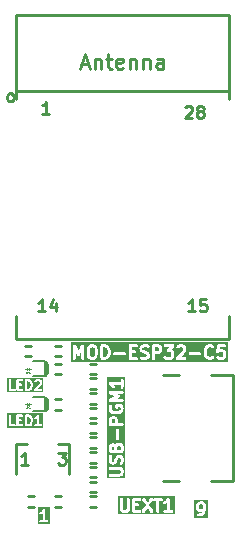
<source format=gbr>
%TF.GenerationSoftware,KiCad,Pcbnew,7.0.11-7.0.11~ubuntu22.04.1*%
%TF.CreationDate,2025-09-05T11:13:46+03:00*%
%TF.ProjectId,MOD-ESP32-C5_Rev_A,4d4f442d-4553-4503-9332-2d43355f5265,A*%
%TF.SameCoordinates,PX5a995c0PY9896800*%
%TF.FileFunction,Legend,Top*%
%TF.FilePolarity,Positive*%
%FSLAX46Y46*%
G04 Gerber Fmt 4.6, Leading zero omitted, Abs format (unit mm)*
G04 Created by KiCad (PCBNEW 7.0.11-7.0.11~ubuntu22.04.1) date 2025-09-05 11:13:46*
%MOMM*%
%LPD*%
G01*
G04 APERTURE LIST*
%ADD10C,0.254000*%
%ADD11C,0.203200*%
%ADD12C,0.228600*%
%ADD13C,0.127000*%
%ADD14C,0.050000*%
%ADD15C,0.100000*%
G04 APERTURE END LIST*
D10*
G36*
X16769206Y5000793D02*
G01*
X16788445Y4981554D01*
X16814200Y4930044D01*
X16814200Y4748099D01*
X16788445Y4696589D01*
X16769206Y4677350D01*
X16717696Y4651595D01*
X16584132Y4651595D01*
X16532622Y4677350D01*
X16513383Y4696589D01*
X16487628Y4748099D01*
X16487628Y4930044D01*
X16513383Y4981554D01*
X16532622Y5000793D01*
X16584132Y5026548D01*
X16717696Y5026548D01*
X16769206Y5000793D01*
G37*
G36*
X17213343Y3865405D02*
G01*
X16088485Y3865405D01*
X16088485Y4718119D01*
X16233628Y4718119D01*
X16236871Y4707074D01*
X16235635Y4695626D01*
X16247036Y4661323D01*
X16295417Y4564561D01*
X16297037Y4562819D01*
X16297544Y4560492D01*
X16319206Y4531554D01*
X16367587Y4483173D01*
X16369676Y4482032D01*
X16370892Y4479986D01*
X16400594Y4459384D01*
X16497356Y4411003D01*
X16508685Y4408965D01*
X16518372Y4402739D01*
X16554152Y4397595D01*
X16747676Y4397595D01*
X16753400Y4399276D01*
X16697365Y4315223D01*
X16672445Y4290304D01*
X16620934Y4264548D01*
X16457390Y4264548D01*
X16388729Y4244387D01*
X16341867Y4190306D01*
X16331683Y4119474D01*
X16361410Y4054381D01*
X16421610Y4015692D01*
X16457390Y4010548D01*
X16650914Y4010548D01*
X16661958Y4013792D01*
X16673406Y4012555D01*
X16707709Y4023955D01*
X16804471Y4072335D01*
X16806214Y4073957D01*
X16808541Y4074463D01*
X16837479Y4096125D01*
X16885860Y4144506D01*
X16888170Y4148739D01*
X16901727Y4163862D01*
X16998489Y4309005D01*
X16999611Y4312603D01*
X17002359Y4315186D01*
X17016027Y4348650D01*
X17064408Y4542174D01*
X17064267Y4545625D01*
X17068200Y4572976D01*
X17068200Y4960024D01*
X17064956Y4971070D01*
X17066193Y4982517D01*
X17054792Y5016820D01*
X17006411Y5113582D01*
X17004790Y5115325D01*
X17004284Y5117651D01*
X16982622Y5146589D01*
X16934241Y5194970D01*
X16932151Y5196112D01*
X16930936Y5198157D01*
X16901234Y5218759D01*
X16804472Y5267140D01*
X16793142Y5269179D01*
X16783456Y5275404D01*
X16747676Y5280548D01*
X16554152Y5280548D01*
X16543106Y5277305D01*
X16531659Y5278541D01*
X16497356Y5267140D01*
X16400594Y5218759D01*
X16398851Y5217139D01*
X16396525Y5216632D01*
X16367587Y5194970D01*
X16319206Y5146589D01*
X16318064Y5144500D01*
X16316019Y5143284D01*
X16295417Y5113582D01*
X16247036Y5016820D01*
X16244997Y5005491D01*
X16238772Y4995804D01*
X16233628Y4960024D01*
X16233628Y4718119D01*
X16088485Y4718119D01*
X16088485Y5425691D01*
X17213343Y5425691D01*
X17213343Y3865405D01*
G37*
G36*
X7573073Y18305390D02*
G01*
X7635228Y18243236D01*
X7673705Y18089330D01*
X7673705Y17764998D01*
X7635228Y17611093D01*
X7573073Y17548939D01*
X7516725Y17520764D01*
X7373485Y17520764D01*
X7317135Y17548939D01*
X7254981Y17611094D01*
X7216505Y17764998D01*
X7216505Y18089330D01*
X7254981Y18243235D01*
X7317135Y18305390D01*
X7373485Y18333564D01*
X7516725Y18333564D01*
X7573073Y18305390D01*
G37*
G36*
X8595701Y18298762D02*
G01*
X8661530Y18232934D01*
X8696878Y18162238D01*
X8740505Y17987730D01*
X8740505Y17866598D01*
X8696878Y17692090D01*
X8661530Y17621395D01*
X8595701Y17555567D01*
X8491295Y17520764D01*
X8384905Y17520764D01*
X8384905Y18333564D01*
X8491295Y18333564D01*
X8595701Y18298762D01*
G37*
G36*
X13059473Y18305390D02*
G01*
X13081131Y18283732D01*
X13109305Y18227384D01*
X13109305Y18134944D01*
X13081131Y18078596D01*
X13059473Y18056938D01*
X13003125Y18028764D01*
X12753705Y18028764D01*
X12753705Y18333564D01*
X13003125Y18333564D01*
X13059473Y18305390D01*
G37*
G36*
X18951305Y17114364D02*
G01*
X5641705Y17114364D01*
X5641705Y17393764D01*
X5794105Y17393764D01*
X5814266Y17325103D01*
X5868347Y17278241D01*
X5939179Y17268057D01*
X6004272Y17297784D01*
X6042961Y17357984D01*
X6048105Y17393764D01*
X6048105Y17888104D01*
X6161620Y17644857D01*
X6173014Y17631924D01*
X6180044Y17616190D01*
X6196177Y17605633D01*
X6208925Y17591164D01*
X6225502Y17586445D01*
X6239924Y17577007D01*
X6259204Y17576849D01*
X6277750Y17571568D01*
X6294247Y17576560D01*
X6311481Y17576418D01*
X6327786Y17586709D01*
X6346243Y17592293D01*
X6357422Y17605412D01*
X6371998Y17614610D01*
X6391790Y17644858D01*
X6505305Y17888105D01*
X6505305Y17393764D01*
X6525466Y17325103D01*
X6579547Y17278241D01*
X6650379Y17268057D01*
X6715472Y17297784D01*
X6754161Y17357984D01*
X6759305Y17393764D01*
X6759305Y17749364D01*
X6962505Y17749364D01*
X6963477Y17746052D01*
X6966297Y17718562D01*
X7017097Y17515362D01*
X7025366Y17501268D01*
X7028840Y17485299D01*
X7050502Y17456361D01*
X7152102Y17354762D01*
X7154191Y17353622D01*
X7155407Y17351574D01*
X7185109Y17330972D01*
X7286709Y17280172D01*
X7298038Y17278134D01*
X7307725Y17271908D01*
X7343505Y17266764D01*
X7546705Y17266764D01*
X7557750Y17270008D01*
X7569198Y17268771D01*
X7603501Y17280172D01*
X7705101Y17330972D01*
X7706843Y17332593D01*
X7709170Y17333099D01*
X7738108Y17354761D01*
X7777111Y17393764D01*
X8130905Y17393764D01*
X8133517Y17384867D01*
X8132198Y17375690D01*
X8143440Y17351072D01*
X8151066Y17325103D01*
X8158073Y17319032D01*
X8161925Y17310597D01*
X8184693Y17295965D01*
X8205147Y17278241D01*
X8214323Y17276922D01*
X8222125Y17271908D01*
X8257905Y17266764D01*
X8511905Y17266764D01*
X8514188Y17267435D01*
X8516495Y17266847D01*
X8552066Y17273281D01*
X8704466Y17324081D01*
X8713920Y17330652D01*
X8725170Y17333099D01*
X8754108Y17354761D01*
X8793111Y17393764D01*
X10518505Y17393764D01*
X10521117Y17384867D01*
X10519798Y17375690D01*
X10531040Y17351072D01*
X10538666Y17325103D01*
X10545673Y17319032D01*
X10549525Y17310597D01*
X10572293Y17295965D01*
X10592747Y17278241D01*
X10601923Y17276922D01*
X10609725Y17271908D01*
X10645505Y17266764D01*
X11153505Y17266764D01*
X11222166Y17286925D01*
X11269028Y17341006D01*
X11279212Y17411838D01*
X11249485Y17476931D01*
X11189285Y17515620D01*
X11153505Y17520764D01*
X10772505Y17520764D01*
X10772505Y17825564D01*
X11001105Y17825564D01*
X11069766Y17845725D01*
X11116628Y17899806D01*
X11126812Y17970638D01*
X11097085Y18035731D01*
X11036885Y18074420D01*
X11001105Y18079564D01*
X10772505Y18079564D01*
X10772505Y18155764D01*
X11432905Y18155764D01*
X11436148Y18144719D01*
X11434912Y18133271D01*
X11446313Y18098968D01*
X11497113Y17997368D01*
X11498733Y17995626D01*
X11499240Y17993299D01*
X11520902Y17964361D01*
X11571702Y17913561D01*
X11573791Y17912420D01*
X11575007Y17910374D01*
X11604709Y17889772D01*
X11706309Y17838972D01*
X11710689Y17838184D01*
X11732303Y17829356D01*
X11921979Y17781937D01*
X11992673Y17746590D01*
X12014331Y17724932D01*
X12042505Y17668584D01*
X12042505Y17626944D01*
X12014331Y17570596D01*
X11992673Y17548938D01*
X11936325Y17520764D01*
X11732915Y17520764D01*
X11600066Y17565047D01*
X11528553Y17567633D01*
X11466994Y17531146D01*
X11434933Y17467170D01*
X11442551Y17396016D01*
X11487427Y17340276D01*
X11519744Y17324081D01*
X11672144Y17273281D01*
X11674522Y17273195D01*
X11676525Y17271908D01*
X11712305Y17266764D01*
X11966305Y17266764D01*
X11977350Y17270008D01*
X11988798Y17268771D01*
X12023101Y17280172D01*
X12124701Y17330972D01*
X12126443Y17332593D01*
X12128770Y17333099D01*
X12157708Y17354761D01*
X12196711Y17393764D01*
X12499705Y17393764D01*
X12519866Y17325103D01*
X12573947Y17278241D01*
X12644779Y17268057D01*
X12709872Y17297784D01*
X12748561Y17357984D01*
X12753705Y17393764D01*
X12753705Y17504424D01*
X13465229Y17504424D01*
X13480440Y17434499D01*
X13502102Y17405561D01*
X13552902Y17354761D01*
X13554991Y17353620D01*
X13556207Y17351574D01*
X13585909Y17330972D01*
X13687509Y17280172D01*
X13698838Y17278134D01*
X13708525Y17271908D01*
X13744305Y17266764D01*
X14049105Y17266764D01*
X14060150Y17270008D01*
X14071598Y17268771D01*
X14105901Y17280172D01*
X14207501Y17330972D01*
X14209243Y17332593D01*
X14211570Y17333099D01*
X14240508Y17354761D01*
X14261437Y17375690D01*
X14482198Y17375690D01*
X14487927Y17363144D01*
X14488912Y17349382D01*
X14502504Y17331225D01*
X14511925Y17310597D01*
X14523529Y17303140D01*
X14531797Y17292095D01*
X14553045Y17284170D01*
X14572125Y17271908D01*
X14594575Y17268681D01*
X14598845Y17267088D01*
X14601553Y17267678D01*
X14607905Y17266764D01*
X15268305Y17266764D01*
X15336966Y17286925D01*
X15383828Y17341006D01*
X15394012Y17411838D01*
X15364285Y17476931D01*
X15304085Y17515620D01*
X15268305Y17520764D01*
X14914511Y17520764D01*
X15175836Y17782090D01*
X15599798Y17782090D01*
X15629525Y17716997D01*
X15689725Y17678308D01*
X15725505Y17673164D01*
X16538305Y17673164D01*
X16606966Y17693325D01*
X16653828Y17747406D01*
X16664012Y17818238D01*
X16649067Y17850964D01*
X16868505Y17850964D01*
X16869477Y17847652D01*
X16872297Y17820162D01*
X16923097Y17616962D01*
X16925349Y17613123D01*
X16932713Y17590968D01*
X16983513Y17489368D01*
X16985133Y17487626D01*
X16985640Y17485299D01*
X17007302Y17456361D01*
X17108902Y17354762D01*
X17119006Y17349245D01*
X17126227Y17340276D01*
X17158544Y17324081D01*
X17310944Y17273281D01*
X17313322Y17273195D01*
X17315325Y17271908D01*
X17351105Y17266764D01*
X17452705Y17266764D01*
X17454988Y17267435D01*
X17457295Y17266847D01*
X17492866Y17273281D01*
X17645266Y17324081D01*
X17654720Y17330652D01*
X17665970Y17333099D01*
X17694908Y17354761D01*
X17745708Y17405561D01*
X17780002Y17468368D01*
X17777424Y17504424D01*
X17935629Y17504424D01*
X17950840Y17434499D01*
X17972502Y17405561D01*
X18023302Y17354761D01*
X18025391Y17353620D01*
X18026607Y17351574D01*
X18056309Y17330972D01*
X18157909Y17280172D01*
X18169238Y17278134D01*
X18178925Y17271908D01*
X18214705Y17266764D01*
X18468705Y17266764D01*
X18479750Y17270008D01*
X18491198Y17268771D01*
X18525501Y17280172D01*
X18627101Y17330972D01*
X18628843Y17332593D01*
X18631170Y17333099D01*
X18660108Y17354761D01*
X18710908Y17405561D01*
X18712049Y17407651D01*
X18714095Y17408866D01*
X18734697Y17438568D01*
X18785497Y17540168D01*
X18787535Y17551498D01*
X18793761Y17561184D01*
X18798905Y17596964D01*
X18798905Y17850964D01*
X18795661Y17862010D01*
X18796898Y17873457D01*
X18785497Y17907760D01*
X18734697Y18009360D01*
X18733076Y18011103D01*
X18732570Y18013429D01*
X18710908Y18042367D01*
X18660108Y18093167D01*
X18658018Y18094309D01*
X18656803Y18096354D01*
X18627101Y18116956D01*
X18525501Y18167756D01*
X18514171Y18169795D01*
X18504485Y18176020D01*
X18468705Y18181164D01*
X18214705Y18181164D01*
X18212741Y18180588D01*
X18228039Y18333564D01*
X18621105Y18333564D01*
X18689766Y18353725D01*
X18736628Y18407806D01*
X18746812Y18478638D01*
X18717085Y18543731D01*
X18656885Y18582420D01*
X18621105Y18587564D01*
X18113105Y18587564D01*
X18110383Y18586765D01*
X18107629Y18587446D01*
X18076251Y18576743D01*
X18044444Y18567403D01*
X18042586Y18565259D01*
X18039901Y18564343D01*
X18019287Y18538372D01*
X17997582Y18513322D01*
X17997178Y18510516D01*
X17995414Y18508292D01*
X17986735Y18473201D01*
X17935935Y17965201D01*
X17941258Y17936902D01*
X17943312Y17908182D01*
X17947784Y17902208D01*
X17949164Y17894875D01*
X17968938Y17873950D01*
X17986197Y17850895D01*
X17993189Y17848288D01*
X17998314Y17842864D01*
X18026266Y17835951D01*
X18053245Y17825888D01*
X18060535Y17827475D01*
X18067781Y17825682D01*
X18095034Y17834979D01*
X18123170Y17841099D01*
X18131703Y17847487D01*
X18135509Y17848785D01*
X18138541Y17852606D01*
X18152108Y17862761D01*
X18188337Y17898990D01*
X18244685Y17927164D01*
X18438725Y17927164D01*
X18495073Y17898990D01*
X18516731Y17877332D01*
X18544905Y17820984D01*
X18544905Y17626944D01*
X18516731Y17570596D01*
X18495073Y17548938D01*
X18438725Y17520764D01*
X18244685Y17520764D01*
X18188337Y17548938D01*
X18152108Y17585167D01*
X18089301Y17619461D01*
X18017923Y17614357D01*
X17960636Y17571472D01*
X17935629Y17504424D01*
X17777424Y17504424D01*
X17774898Y17539746D01*
X17732013Y17597032D01*
X17664965Y17622040D01*
X17595040Y17606829D01*
X17566102Y17585167D01*
X17536501Y17555566D01*
X17432095Y17520764D01*
X17371715Y17520764D01*
X17267307Y17555567D01*
X17201479Y17621396D01*
X17166132Y17692090D01*
X17122505Y17866598D01*
X17122505Y17987730D01*
X17166132Y18162238D01*
X17201479Y18232933D01*
X17267307Y18298762D01*
X17371715Y18333564D01*
X17432095Y18333564D01*
X17536501Y18298762D01*
X17566102Y18269161D01*
X17628909Y18234867D01*
X17700287Y18239971D01*
X17757573Y18282856D01*
X17782581Y18349904D01*
X17767370Y18419829D01*
X17745708Y18448767D01*
X17694908Y18499567D01*
X17684802Y18505085D01*
X17677583Y18514052D01*
X17645266Y18530247D01*
X17492866Y18581047D01*
X17490487Y18581134D01*
X17488485Y18582420D01*
X17452705Y18587564D01*
X17351105Y18587564D01*
X17348821Y18586894D01*
X17346515Y18587481D01*
X17310944Y18581047D01*
X17158544Y18530247D01*
X17149089Y18523677D01*
X17137840Y18521229D01*
X17108902Y18499566D01*
X17007302Y18397967D01*
X17006160Y18395878D01*
X17004115Y18394662D01*
X16983513Y18364960D01*
X16932713Y18263360D01*
X16931924Y18258980D01*
X16923097Y18237366D01*
X16872297Y18034166D01*
X16872437Y18030716D01*
X16868505Y18003364D01*
X16868505Y17850964D01*
X16649067Y17850964D01*
X16634285Y17883331D01*
X16574085Y17922020D01*
X16538305Y17927164D01*
X15725505Y17927164D01*
X15656844Y17907003D01*
X15609982Y17852922D01*
X15599798Y17782090D01*
X15175836Y17782090D01*
X15307308Y17913562D01*
X15312825Y17923667D01*
X15321793Y17930886D01*
X15337988Y17963203D01*
X15388788Y18115603D01*
X15388874Y18117982D01*
X15390161Y18119984D01*
X15395305Y18155764D01*
X15395305Y18257364D01*
X15392061Y18268410D01*
X15393298Y18279857D01*
X15381897Y18314160D01*
X15331097Y18415760D01*
X15329476Y18417503D01*
X15328970Y18419829D01*
X15307308Y18448767D01*
X15256508Y18499567D01*
X15254418Y18500709D01*
X15253203Y18502754D01*
X15223501Y18523356D01*
X15121901Y18574156D01*
X15110571Y18576195D01*
X15100885Y18582420D01*
X15065105Y18587564D01*
X14811105Y18587564D01*
X14800059Y18584321D01*
X14788612Y18585557D01*
X14754309Y18574156D01*
X14652709Y18523356D01*
X14650966Y18521736D01*
X14648640Y18521229D01*
X14619702Y18499567D01*
X14568902Y18448767D01*
X14534608Y18385960D01*
X14539712Y18314582D01*
X14582597Y18257295D01*
X14649645Y18232288D01*
X14719570Y18247499D01*
X14748508Y18269161D01*
X14784737Y18305390D01*
X14841085Y18333564D01*
X15035125Y18333564D01*
X15091473Y18305390D01*
X15113131Y18283732D01*
X15141305Y18227384D01*
X15141305Y18176374D01*
X15106502Y18071967D01*
X14518102Y17483567D01*
X14507232Y17463661D01*
X14492382Y17446522D01*
X14490418Y17432868D01*
X14483808Y17420760D01*
X14485425Y17398139D01*
X14482198Y17375690D01*
X14261437Y17375690D01*
X14291308Y17405561D01*
X14292449Y17407651D01*
X14294495Y17408866D01*
X14315097Y17438568D01*
X14365897Y17540168D01*
X14367935Y17551498D01*
X14374161Y17561184D01*
X14379305Y17596964D01*
X14379305Y17850964D01*
X14376061Y17862010D01*
X14377298Y17873457D01*
X14365897Y17907760D01*
X14315097Y18009360D01*
X14313476Y18011103D01*
X14312970Y18013429D01*
X14291308Y18042367D01*
X14240508Y18093167D01*
X14238418Y18094309D01*
X14237203Y18096354D01*
X14207501Y18116956D01*
X14146909Y18147252D01*
X14347882Y18376934D01*
X14355673Y18393780D01*
X14367828Y18407806D01*
X14370383Y18425583D01*
X14377923Y18441882D01*
X14375370Y18460267D01*
X14378012Y18478638D01*
X14370551Y18494974D01*
X14368082Y18512762D01*
X14355995Y18526848D01*
X14348285Y18543731D01*
X14333175Y18553442D01*
X14321481Y18567070D01*
X14303700Y18572385D01*
X14288085Y18582420D01*
X14253473Y18587397D01*
X14252918Y18587562D01*
X14252718Y18587505D01*
X14252305Y18587564D01*
X13591905Y18587564D01*
X13523244Y18567403D01*
X13476382Y18513322D01*
X13466198Y18442490D01*
X13495925Y18377397D01*
X13556125Y18338708D01*
X13591905Y18333564D01*
X13972426Y18333564D01*
X13801128Y18137794D01*
X13793336Y18120950D01*
X13781182Y18106922D01*
X13778625Y18089145D01*
X13771087Y18072845D01*
X13773639Y18054462D01*
X13770998Y18036090D01*
X13778458Y18019755D01*
X13780928Y18001965D01*
X13793015Y17987879D01*
X13800725Y17970997D01*
X13815832Y17961288D01*
X13827528Y17947658D01*
X13845310Y17942344D01*
X13860925Y17932308D01*
X13895534Y17927333D01*
X13896091Y17927166D01*
X13896290Y17927224D01*
X13896705Y17927164D01*
X14019125Y17927164D01*
X14075473Y17898990D01*
X14097131Y17877332D01*
X14125305Y17820984D01*
X14125305Y17626944D01*
X14097131Y17570596D01*
X14075473Y17548938D01*
X14019125Y17520764D01*
X13774285Y17520764D01*
X13717937Y17548938D01*
X13681708Y17585167D01*
X13618901Y17619461D01*
X13547523Y17614357D01*
X13490236Y17571472D01*
X13465229Y17504424D01*
X12753705Y17504424D01*
X12753705Y17774764D01*
X13033105Y17774764D01*
X13044150Y17778008D01*
X13055598Y17776771D01*
X13089901Y17788172D01*
X13191501Y17838972D01*
X13193243Y17840593D01*
X13195570Y17841099D01*
X13224508Y17862761D01*
X13275308Y17913561D01*
X13276449Y17915651D01*
X13278495Y17916866D01*
X13299097Y17946568D01*
X13349897Y18048168D01*
X13351935Y18059498D01*
X13358161Y18069184D01*
X13363305Y18104964D01*
X13363305Y18257364D01*
X13360061Y18268410D01*
X13361298Y18279857D01*
X13349897Y18314160D01*
X13299097Y18415760D01*
X13297476Y18417503D01*
X13296970Y18419829D01*
X13275308Y18448767D01*
X13224508Y18499567D01*
X13222418Y18500709D01*
X13221203Y18502754D01*
X13191501Y18523356D01*
X13089901Y18574156D01*
X13078571Y18576195D01*
X13068885Y18582420D01*
X13033105Y18587564D01*
X12626705Y18587564D01*
X12617807Y18584952D01*
X12608631Y18586271D01*
X12584012Y18575029D01*
X12558044Y18567403D01*
X12551972Y18560396D01*
X12543538Y18556544D01*
X12528905Y18533776D01*
X12511182Y18513322D01*
X12509862Y18504146D01*
X12504849Y18496344D01*
X12499705Y18460564D01*
X12499705Y17393764D01*
X12196711Y17393764D01*
X12208508Y17405561D01*
X12209649Y17407651D01*
X12211695Y17408866D01*
X12232297Y17438568D01*
X12283097Y17540168D01*
X12285135Y17551498D01*
X12291361Y17561184D01*
X12296505Y17596964D01*
X12296505Y17698564D01*
X12293261Y17709610D01*
X12294498Y17721057D01*
X12283097Y17755360D01*
X12232297Y17856960D01*
X12230676Y17858703D01*
X12230170Y17861029D01*
X12208508Y17889967D01*
X12157708Y17940767D01*
X12155618Y17941909D01*
X12154403Y17943954D01*
X12124701Y17964556D01*
X12023101Y18015356D01*
X12018720Y18016145D01*
X11997107Y18024972D01*
X11807431Y18072391D01*
X11736737Y18107738D01*
X11715079Y18129396D01*
X11686905Y18185744D01*
X11686905Y18227384D01*
X11715079Y18283732D01*
X11736737Y18305390D01*
X11793085Y18333564D01*
X11996495Y18333564D01*
X12129344Y18289281D01*
X12200857Y18286695D01*
X12262416Y18323182D01*
X12294477Y18387158D01*
X12286860Y18458312D01*
X12241983Y18514052D01*
X12209666Y18530247D01*
X12057266Y18581047D01*
X12054887Y18581134D01*
X12052885Y18582420D01*
X12017105Y18587564D01*
X11763105Y18587564D01*
X11752059Y18584321D01*
X11740612Y18585557D01*
X11706309Y18574156D01*
X11604709Y18523356D01*
X11602966Y18521736D01*
X11600640Y18521229D01*
X11571702Y18499567D01*
X11520902Y18448767D01*
X11519760Y18446678D01*
X11517715Y18445462D01*
X11497113Y18415760D01*
X11446313Y18314160D01*
X11444274Y18302831D01*
X11438049Y18293144D01*
X11432905Y18257364D01*
X11432905Y18155764D01*
X10772505Y18155764D01*
X10772505Y18333564D01*
X11153505Y18333564D01*
X11222166Y18353725D01*
X11269028Y18407806D01*
X11279212Y18478638D01*
X11249485Y18543731D01*
X11189285Y18582420D01*
X11153505Y18587564D01*
X10645505Y18587564D01*
X10636607Y18584952D01*
X10627431Y18586271D01*
X10602812Y18575029D01*
X10576844Y18567403D01*
X10570772Y18560396D01*
X10562338Y18556544D01*
X10547705Y18533776D01*
X10529982Y18513322D01*
X10528662Y18504146D01*
X10523649Y18496344D01*
X10518505Y18460564D01*
X10518505Y17393764D01*
X8793111Y17393764D01*
X8855707Y17456361D01*
X8856847Y17458451D01*
X8858895Y17459666D01*
X8879497Y17489368D01*
X8930297Y17590968D01*
X8931085Y17595349D01*
X8939913Y17616962D01*
X8981195Y17782090D01*
X9198998Y17782090D01*
X9228725Y17716997D01*
X9288925Y17678308D01*
X9324705Y17673164D01*
X10137505Y17673164D01*
X10206166Y17693325D01*
X10253028Y17747406D01*
X10263212Y17818238D01*
X10233485Y17883331D01*
X10173285Y17922020D01*
X10137505Y17927164D01*
X9324705Y17927164D01*
X9256044Y17907003D01*
X9209182Y17852922D01*
X9198998Y17782090D01*
X8981195Y17782090D01*
X8990713Y17820162D01*
X8990572Y17823613D01*
X8994505Y17850964D01*
X8994505Y18003364D01*
X8993532Y18006677D01*
X8990713Y18034166D01*
X8939913Y18237366D01*
X8937660Y18241206D01*
X8930297Y18263360D01*
X8879497Y18364960D01*
X8877876Y18366703D01*
X8877370Y18369029D01*
X8855707Y18397967D01*
X8754108Y18499567D01*
X8744002Y18505085D01*
X8736783Y18514052D01*
X8704466Y18530247D01*
X8552066Y18581047D01*
X8549687Y18581134D01*
X8547685Y18582420D01*
X8511905Y18587564D01*
X8257905Y18587564D01*
X8249007Y18584952D01*
X8239831Y18586271D01*
X8215212Y18575029D01*
X8189244Y18567403D01*
X8183172Y18560396D01*
X8174738Y18556544D01*
X8160105Y18533776D01*
X8142382Y18513322D01*
X8141062Y18504146D01*
X8136049Y18496344D01*
X8130905Y18460564D01*
X8130905Y17393764D01*
X7777111Y17393764D01*
X7839707Y17456361D01*
X7847538Y17470703D01*
X7859445Y17481898D01*
X7873113Y17515362D01*
X7923913Y17718562D01*
X7923772Y17722013D01*
X7927705Y17749364D01*
X7927705Y18104964D01*
X7926732Y18108277D01*
X7923913Y18135766D01*
X7873113Y18338966D01*
X7864843Y18353061D01*
X7861370Y18369029D01*
X7839707Y18397967D01*
X7738108Y18499567D01*
X7736018Y18500709D01*
X7734803Y18502754D01*
X7705101Y18523356D01*
X7603501Y18574156D01*
X7592171Y18576195D01*
X7582485Y18582420D01*
X7546705Y18587564D01*
X7343505Y18587564D01*
X7332459Y18584321D01*
X7321012Y18585557D01*
X7286709Y18574156D01*
X7185109Y18523356D01*
X7183366Y18521736D01*
X7181040Y18521229D01*
X7152102Y18499566D01*
X7050502Y18397967D01*
X7042670Y18383624D01*
X7030765Y18372430D01*
X7017097Y18338966D01*
X6966297Y18135766D01*
X6966437Y18132316D01*
X6962505Y18104964D01*
X6962505Y17749364D01*
X6759305Y17749364D01*
X6759305Y18460564D01*
X6756840Y18468956D01*
X6758157Y18477603D01*
X6746909Y18502778D01*
X6739144Y18529225D01*
X6732535Y18534952D01*
X6728967Y18542939D01*
X6705895Y18558036D01*
X6685063Y18576087D01*
X6676405Y18577332D01*
X6669086Y18582121D01*
X6641516Y18582348D01*
X6614231Y18586271D01*
X6606275Y18582639D01*
X6597529Y18582710D01*
X6574210Y18567995D01*
X6549138Y18556544D01*
X6544410Y18549189D01*
X6537012Y18544519D01*
X6517220Y18514271D01*
X6276704Y17998881D01*
X6036190Y18514270D01*
X6030408Y18520833D01*
X6027944Y18529225D01*
X6007108Y18547280D01*
X5988885Y18567964D01*
X5980473Y18570359D01*
X5973863Y18576087D01*
X5946576Y18580011D01*
X5920060Y18587560D01*
X5911687Y18585027D01*
X5903031Y18586271D01*
X5877954Y18574819D01*
X5851567Y18566834D01*
X5845894Y18560178D01*
X5837938Y18556544D01*
X5823031Y18533350D01*
X5805152Y18512369D01*
X5803978Y18503704D01*
X5799249Y18496344D01*
X5794105Y18460564D01*
X5794105Y17393764D01*
X5641705Y17393764D01*
X5641705Y18739964D01*
X18951305Y18739964D01*
X18951305Y17114364D01*
G37*
D11*
G36*
X2101516Y12419845D02*
G01*
X2150308Y12371053D01*
X2176652Y12318366D01*
X2209618Y12186502D01*
X2209618Y12095400D01*
X2176652Y11963536D01*
X2150308Y11910848D01*
X2101516Y11862057D01*
X2023799Y11836151D01*
X1948361Y11836151D01*
X1948361Y12445751D01*
X2023798Y12445751D01*
X2101516Y12419845D01*
G37*
G36*
X3298055Y11516837D02*
G01*
X235676Y11516837D01*
X235676Y11734551D01*
X351790Y11734551D01*
X356763Y11719246D01*
X356763Y11703155D01*
X366221Y11690137D01*
X371194Y11674832D01*
X384212Y11665374D01*
X393671Y11652355D01*
X408975Y11647383D01*
X421994Y11637924D01*
X438085Y11637924D01*
X453390Y11632951D01*
X840438Y11632951D01*
X900157Y11652355D01*
X937065Y11703155D01*
X937065Y11734551D01*
X1009771Y11734551D01*
X1014744Y11719246D01*
X1014744Y11703155D01*
X1024202Y11690137D01*
X1029175Y11674832D01*
X1042193Y11665374D01*
X1051652Y11652355D01*
X1066956Y11647383D01*
X1079975Y11637924D01*
X1096066Y11637924D01*
X1111371Y11632951D01*
X1498419Y11632951D01*
X1558138Y11652355D01*
X1595046Y11703155D01*
X1595046Y11734551D01*
X1745161Y11734551D01*
X1750134Y11719246D01*
X1750134Y11703155D01*
X1759592Y11690137D01*
X1764565Y11674832D01*
X1777583Y11665374D01*
X1787042Y11652355D01*
X1802346Y11647383D01*
X1815365Y11637924D01*
X1831456Y11637924D01*
X1846761Y11632951D01*
X2040285Y11632951D01*
X2055946Y11638040D01*
X2072413Y11638165D01*
X2188528Y11676869D01*
X2207371Y11690780D01*
X2228241Y11701413D01*
X2305651Y11778823D01*
X2313127Y11793496D01*
X2324683Y11805228D01*
X2363388Y11882638D01*
X2365074Y11893835D01*
X2371081Y11903434D01*
X2409785Y12058253D01*
X2408910Y12070869D01*
X2412818Y12082894D01*
X2412818Y12199008D01*
X2408910Y12211034D01*
X2409785Y12223649D01*
X2390700Y12299990D01*
X2520391Y12299990D01*
X2548472Y12243827D01*
X2604202Y12214896D01*
X2666294Y12224248D01*
X2743703Y12262953D01*
X2751485Y12270618D01*
X2751485Y11836151D01*
X2620857Y11836151D01*
X2561138Y11816747D01*
X2524230Y11765947D01*
X2524230Y11703155D01*
X2561138Y11652355D01*
X2620857Y11632951D01*
X3085314Y11632951D01*
X3145033Y11652355D01*
X3181941Y11703155D01*
X3181941Y11765947D01*
X3145033Y11816747D01*
X3085314Y11836151D01*
X2954685Y11836151D01*
X2954685Y12547351D01*
X2954023Y12549387D01*
X2954602Y12551446D01*
X2944383Y12579055D01*
X2935281Y12607070D01*
X2933549Y12608329D01*
X2932807Y12610334D01*
X2908313Y12626663D01*
X2884481Y12643978D01*
X2882341Y12643978D01*
X2880560Y12645165D01*
X2851135Y12643978D01*
X2821689Y12643978D01*
X2819957Y12642721D01*
X2817819Y12642634D01*
X2794706Y12624375D01*
X2770889Y12607070D01*
X2770227Y12605036D01*
X2768548Y12603708D01*
X2696719Y12495964D01*
X2638081Y12437328D01*
X2575420Y12405996D01*
X2530683Y12361933D01*
X2520391Y12299990D01*
X2390700Y12299990D01*
X2371081Y12378468D01*
X2365074Y12388067D01*
X2363388Y12399264D01*
X2324683Y12476673D01*
X2313126Y12488406D01*
X2305651Y12503078D01*
X2228241Y12580488D01*
X2207371Y12591122D01*
X2188528Y12605032D01*
X2072414Y12643737D01*
X2055946Y12643863D01*
X2040285Y12648951D01*
X1846761Y12648951D01*
X1831456Y12643978D01*
X1815365Y12643978D01*
X1802346Y12634520D01*
X1787042Y12629547D01*
X1777583Y12616529D01*
X1764565Y12607070D01*
X1759592Y12591766D01*
X1750134Y12578747D01*
X1750134Y12562657D01*
X1745161Y12547351D01*
X1745161Y11734551D01*
X1595046Y11734551D01*
X1595046Y11765947D01*
X1558138Y11816747D01*
X1498419Y11836151D01*
X1212971Y11836151D01*
X1212971Y12058703D01*
X1382305Y12058703D01*
X1442024Y12078107D01*
X1478932Y12128907D01*
X1478932Y12191699D01*
X1442024Y12242499D01*
X1382305Y12261903D01*
X1212971Y12261903D01*
X1212971Y12445751D01*
X1498419Y12445751D01*
X1558138Y12465155D01*
X1595046Y12515955D01*
X1595046Y12578747D01*
X1558138Y12629547D01*
X1498419Y12648951D01*
X1111371Y12648951D01*
X1096066Y12643978D01*
X1079975Y12643978D01*
X1066956Y12634520D01*
X1051652Y12629547D01*
X1042193Y12616529D01*
X1029175Y12607070D01*
X1024202Y12591766D01*
X1014744Y12578747D01*
X1014744Y12562657D01*
X1009771Y12547351D01*
X1009771Y11734551D01*
X937065Y11734551D01*
X937065Y11765947D01*
X900157Y11816747D01*
X840438Y11836151D01*
X554990Y11836151D01*
X554990Y12547351D01*
X535586Y12607070D01*
X484786Y12643978D01*
X421994Y12643978D01*
X371194Y12607070D01*
X351790Y12547351D01*
X351790Y11734551D01*
X235676Y11734551D01*
X235676Y12765065D01*
X3298055Y12765065D01*
X3298055Y11516837D01*
G37*
G36*
X2101516Y15419845D02*
G01*
X2150308Y15371053D01*
X2176652Y15318366D01*
X2209618Y15186502D01*
X2209618Y15095400D01*
X2176652Y14963536D01*
X2150308Y14910848D01*
X2101516Y14862057D01*
X2023799Y14836151D01*
X1948361Y14836151D01*
X1948361Y15445751D01*
X2023798Y15445751D01*
X2101516Y15419845D01*
G37*
G36*
X3303028Y14516837D02*
G01*
X235676Y14516837D01*
X235676Y14734551D01*
X351790Y14734551D01*
X356763Y14719246D01*
X356763Y14703155D01*
X366221Y14690137D01*
X371194Y14674832D01*
X384212Y14665374D01*
X393671Y14652355D01*
X408975Y14647383D01*
X421994Y14637924D01*
X438085Y14637924D01*
X453390Y14632951D01*
X840438Y14632951D01*
X900157Y14652355D01*
X937065Y14703155D01*
X937065Y14734551D01*
X1009771Y14734551D01*
X1014744Y14719246D01*
X1014744Y14703155D01*
X1024202Y14690137D01*
X1029175Y14674832D01*
X1042193Y14665374D01*
X1051652Y14652355D01*
X1066956Y14647383D01*
X1079975Y14637924D01*
X1096066Y14637924D01*
X1111371Y14632951D01*
X1498419Y14632951D01*
X1558138Y14652355D01*
X1595046Y14703155D01*
X1595046Y14734551D01*
X1745161Y14734551D01*
X1750134Y14719246D01*
X1750134Y14703155D01*
X1759592Y14690137D01*
X1764565Y14674832D01*
X1777583Y14665374D01*
X1787042Y14652355D01*
X1802346Y14647383D01*
X1815365Y14637924D01*
X1831456Y14637924D01*
X1846761Y14632951D01*
X2040285Y14632951D01*
X2055946Y14638040D01*
X2072413Y14638165D01*
X2188528Y14676869D01*
X2207371Y14690780D01*
X2228241Y14701413D01*
X2277273Y14750445D01*
X2481803Y14750445D01*
X2485525Y14726946D01*
X2485525Y14703155D01*
X2490343Y14696523D01*
X2491626Y14688426D01*
X2508447Y14671605D01*
X2522433Y14652355D01*
X2530230Y14649822D01*
X2536027Y14644025D01*
X2559523Y14640304D01*
X2582152Y14632951D01*
X3085314Y14632951D01*
X3145033Y14652355D01*
X3181941Y14703155D01*
X3181941Y14765947D01*
X3145033Y14816747D01*
X3085314Y14836151D01*
X2827436Y14836151D01*
X3118451Y15127166D01*
X3129084Y15148036D01*
X3142995Y15166879D01*
X3181700Y15282993D01*
X3181825Y15299461D01*
X3186914Y15315122D01*
X3186914Y15392532D01*
X3179676Y15414806D01*
X3176188Y15437969D01*
X3137483Y15515378D01*
X3125926Y15527111D01*
X3118451Y15541783D01*
X3079746Y15580488D01*
X3065073Y15587964D01*
X3053341Y15599520D01*
X2975932Y15638225D01*
X2952768Y15641714D01*
X2930495Y15648951D01*
X2736971Y15648951D01*
X2714694Y15641714D01*
X2691534Y15638225D01*
X2614124Y15599520D01*
X2602391Y15587964D01*
X2587718Y15580487D01*
X2549014Y15541782D01*
X2520508Y15485833D01*
X2530332Y15423815D01*
X2574733Y15379414D01*
X2636752Y15369592D01*
X2692700Y15398100D01*
X2719744Y15425146D01*
X2760956Y15445751D01*
X2906510Y15445751D01*
X2947720Y15425146D01*
X2963108Y15409758D01*
X2983714Y15368547D01*
X2983714Y15331610D01*
X2957807Y15253891D01*
X2510310Y14806393D01*
X2499508Y14785194D01*
X2485525Y14765947D01*
X2485525Y14757750D01*
X2481803Y14750445D01*
X2277273Y14750445D01*
X2305651Y14778823D01*
X2313127Y14793496D01*
X2324683Y14805228D01*
X2363388Y14882638D01*
X2365074Y14893835D01*
X2371081Y14903434D01*
X2409785Y15058253D01*
X2408910Y15070869D01*
X2412818Y15082894D01*
X2412818Y15199008D01*
X2408910Y15211034D01*
X2409785Y15223649D01*
X2371081Y15378468D01*
X2365074Y15388067D01*
X2363388Y15399264D01*
X2324683Y15476673D01*
X2313126Y15488406D01*
X2305651Y15503078D01*
X2228241Y15580488D01*
X2207371Y15591122D01*
X2188528Y15605032D01*
X2072414Y15643737D01*
X2055946Y15643863D01*
X2040285Y15648951D01*
X1846761Y15648951D01*
X1831456Y15643978D01*
X1815365Y15643978D01*
X1802346Y15634520D01*
X1787042Y15629547D01*
X1777583Y15616529D01*
X1764565Y15607070D01*
X1759592Y15591766D01*
X1750134Y15578747D01*
X1750134Y15562657D01*
X1745161Y15547351D01*
X1745161Y14734551D01*
X1595046Y14734551D01*
X1595046Y14765947D01*
X1558138Y14816747D01*
X1498419Y14836151D01*
X1212971Y14836151D01*
X1212971Y15058703D01*
X1382305Y15058703D01*
X1442024Y15078107D01*
X1478932Y15128907D01*
X1478932Y15191699D01*
X1442024Y15242499D01*
X1382305Y15261903D01*
X1212971Y15261903D01*
X1212971Y15445751D01*
X1498419Y15445751D01*
X1558138Y15465155D01*
X1595046Y15515955D01*
X1595046Y15578747D01*
X1558138Y15629547D01*
X1498419Y15648951D01*
X1111371Y15648951D01*
X1096066Y15643978D01*
X1079975Y15643978D01*
X1066956Y15634520D01*
X1051652Y15629547D01*
X1042193Y15616529D01*
X1029175Y15607070D01*
X1024202Y15591766D01*
X1014744Y15578747D01*
X1014744Y15562657D01*
X1009771Y15547351D01*
X1009771Y14734551D01*
X937065Y14734551D01*
X937065Y14765947D01*
X900157Y14816747D01*
X840438Y14836151D01*
X554990Y14836151D01*
X554990Y15547351D01*
X535586Y15607070D01*
X484786Y15643978D01*
X421994Y15643978D01*
X371194Y15607070D01*
X351790Y15547351D01*
X351790Y14734551D01*
X235676Y14734551D01*
X235676Y15765065D01*
X3303028Y15765065D01*
X3303028Y14516837D01*
G37*
D10*
X3456476Y21363188D02*
X2875904Y21363188D01*
X3166190Y21363188D02*
X3166190Y22379188D01*
X3166190Y22379188D02*
X3069428Y22234045D01*
X3069428Y22234045D02*
X2972666Y22137283D01*
X2972666Y22137283D02*
X2875904Y22088902D01*
X4327333Y22040521D02*
X4327333Y21363188D01*
X4085428Y22427568D02*
X3843523Y21701854D01*
X3843523Y21701854D02*
X4472476Y21701854D01*
X6492380Y42288539D02*
X7097142Y42288539D01*
X6371428Y41925682D02*
X6794761Y43195682D01*
X6794761Y43195682D02*
X7218095Y41925682D01*
X7641427Y42772349D02*
X7641427Y41925682D01*
X7641427Y42651397D02*
X7701904Y42711873D01*
X7701904Y42711873D02*
X7822856Y42772349D01*
X7822856Y42772349D02*
X8004285Y42772349D01*
X8004285Y42772349D02*
X8125237Y42711873D01*
X8125237Y42711873D02*
X8185713Y42590920D01*
X8185713Y42590920D02*
X8185713Y41925682D01*
X8609047Y42772349D02*
X9092856Y42772349D01*
X8790475Y43195682D02*
X8790475Y42107111D01*
X8790475Y42107111D02*
X8850952Y41986158D01*
X8850952Y41986158D02*
X8971904Y41925682D01*
X8971904Y41925682D02*
X9092856Y41925682D01*
X9999999Y41986158D02*
X9879047Y41925682D01*
X9879047Y41925682D02*
X9637142Y41925682D01*
X9637142Y41925682D02*
X9516189Y41986158D01*
X9516189Y41986158D02*
X9455713Y42107111D01*
X9455713Y42107111D02*
X9455713Y42590920D01*
X9455713Y42590920D02*
X9516189Y42711873D01*
X9516189Y42711873D02*
X9637142Y42772349D01*
X9637142Y42772349D02*
X9879047Y42772349D01*
X9879047Y42772349D02*
X9999999Y42711873D01*
X9999999Y42711873D02*
X10060475Y42590920D01*
X10060475Y42590920D02*
X10060475Y42469968D01*
X10060475Y42469968D02*
X9455713Y42349016D01*
X10604760Y42772349D02*
X10604760Y41925682D01*
X10604760Y42651397D02*
X10665237Y42711873D01*
X10665237Y42711873D02*
X10786189Y42772349D01*
X10786189Y42772349D02*
X10967618Y42772349D01*
X10967618Y42772349D02*
X11088570Y42711873D01*
X11088570Y42711873D02*
X11149046Y42590920D01*
X11149046Y42590920D02*
X11149046Y41925682D01*
X11753808Y42772349D02*
X11753808Y41925682D01*
X11753808Y42651397D02*
X11814285Y42711873D01*
X11814285Y42711873D02*
X11935237Y42772349D01*
X11935237Y42772349D02*
X12116666Y42772349D01*
X12116666Y42772349D02*
X12237618Y42711873D01*
X12237618Y42711873D02*
X12298094Y42590920D01*
X12298094Y42590920D02*
X12298094Y41925682D01*
X13447142Y41925682D02*
X13447142Y42590920D01*
X13447142Y42590920D02*
X13386666Y42711873D01*
X13386666Y42711873D02*
X13265714Y42772349D01*
X13265714Y42772349D02*
X13023809Y42772349D01*
X13023809Y42772349D02*
X12902856Y42711873D01*
X13447142Y41986158D02*
X13326190Y41925682D01*
X13326190Y41925682D02*
X13023809Y41925682D01*
X13023809Y41925682D02*
X12902856Y41986158D01*
X12902856Y41986158D02*
X12842380Y42107111D01*
X12842380Y42107111D02*
X12842380Y42228063D01*
X12842380Y42228063D02*
X12902856Y42349016D01*
X12902856Y42349016D02*
X13023809Y42409492D01*
X13023809Y42409492D02*
X13326190Y42409492D01*
X13326190Y42409492D02*
X13447142Y42469968D01*
X15325904Y38662426D02*
X15374285Y38710807D01*
X15374285Y38710807D02*
X15471047Y38759188D01*
X15471047Y38759188D02*
X15712952Y38759188D01*
X15712952Y38759188D02*
X15809714Y38710807D01*
X15809714Y38710807D02*
X15858095Y38662426D01*
X15858095Y38662426D02*
X15906476Y38565664D01*
X15906476Y38565664D02*
X15906476Y38468902D01*
X15906476Y38468902D02*
X15858095Y38323759D01*
X15858095Y38323759D02*
X15277523Y37743188D01*
X15277523Y37743188D02*
X15906476Y37743188D01*
X16487047Y38323759D02*
X16390285Y38372140D01*
X16390285Y38372140D02*
X16341904Y38420521D01*
X16341904Y38420521D02*
X16293523Y38517283D01*
X16293523Y38517283D02*
X16293523Y38565664D01*
X16293523Y38565664D02*
X16341904Y38662426D01*
X16341904Y38662426D02*
X16390285Y38710807D01*
X16390285Y38710807D02*
X16487047Y38759188D01*
X16487047Y38759188D02*
X16680571Y38759188D01*
X16680571Y38759188D02*
X16777333Y38710807D01*
X16777333Y38710807D02*
X16825714Y38662426D01*
X16825714Y38662426D02*
X16874095Y38565664D01*
X16874095Y38565664D02*
X16874095Y38517283D01*
X16874095Y38517283D02*
X16825714Y38420521D01*
X16825714Y38420521D02*
X16777333Y38372140D01*
X16777333Y38372140D02*
X16680571Y38323759D01*
X16680571Y38323759D02*
X16487047Y38323759D01*
X16487047Y38323759D02*
X16390285Y38275378D01*
X16390285Y38275378D02*
X16341904Y38226997D01*
X16341904Y38226997D02*
X16293523Y38130235D01*
X16293523Y38130235D02*
X16293523Y37936711D01*
X16293523Y37936711D02*
X16341904Y37839949D01*
X16341904Y37839949D02*
X16390285Y37791568D01*
X16390285Y37791568D02*
X16487047Y37743188D01*
X16487047Y37743188D02*
X16680571Y37743188D01*
X16680571Y37743188D02*
X16777333Y37791568D01*
X16777333Y37791568D02*
X16825714Y37839949D01*
X16825714Y37839949D02*
X16874095Y37936711D01*
X16874095Y37936711D02*
X16874095Y38130235D01*
X16874095Y38130235D02*
X16825714Y38226997D01*
X16825714Y38226997D02*
X16777333Y38275378D01*
X16777333Y38275378D02*
X16680571Y38323759D01*
X16156476Y21363188D02*
X15575904Y21363188D01*
X15866190Y21363188D02*
X15866190Y22379188D01*
X15866190Y22379188D02*
X15769428Y22234045D01*
X15769428Y22234045D02*
X15672666Y22137283D01*
X15672666Y22137283D02*
X15575904Y22088902D01*
X17075714Y22379188D02*
X16591904Y22379188D01*
X16591904Y22379188D02*
X16543523Y21895378D01*
X16543523Y21895378D02*
X16591904Y21943759D01*
X16591904Y21943759D02*
X16688666Y21992140D01*
X16688666Y21992140D02*
X16930571Y21992140D01*
X16930571Y21992140D02*
X17027333Y21943759D01*
X17027333Y21943759D02*
X17075714Y21895378D01*
X17075714Y21895378D02*
X17124095Y21798616D01*
X17124095Y21798616D02*
X17124095Y21556711D01*
X17124095Y21556711D02*
X17075714Y21459949D01*
X17075714Y21459949D02*
X17027333Y21411568D01*
X17027333Y21411568D02*
X16930571Y21363188D01*
X16930571Y21363188D02*
X16688666Y21363188D01*
X16688666Y21363188D02*
X16591904Y21411568D01*
X16591904Y21411568D02*
X16543523Y21459949D01*
X427428Y39143188D02*
X330666Y39191568D01*
X330666Y39191568D02*
X282285Y39239949D01*
X282285Y39239949D02*
X233904Y39336711D01*
X233904Y39336711D02*
X233904Y39626997D01*
X233904Y39626997D02*
X282285Y39723759D01*
X282285Y39723759D02*
X330666Y39772140D01*
X330666Y39772140D02*
X427428Y39820521D01*
X427428Y39820521D02*
X572571Y39820521D01*
X572571Y39820521D02*
X669333Y39772140D01*
X669333Y39772140D02*
X717714Y39723759D01*
X717714Y39723759D02*
X766095Y39626997D01*
X766095Y39626997D02*
X766095Y39336711D01*
X766095Y39336711D02*
X717714Y39239949D01*
X717714Y39239949D02*
X669333Y39191568D01*
X669333Y39191568D02*
X572571Y39143188D01*
X572571Y39143188D02*
X427428Y39143188D01*
X3790286Y38098188D02*
X3209714Y38098188D01*
X3500000Y38098188D02*
X3500000Y39114188D01*
X3500000Y39114188D02*
X3403238Y38969045D01*
X3403238Y38969045D02*
X3306476Y38872283D01*
X3306476Y38872283D02*
X3209714Y38823902D01*
G36*
X14423802Y4171045D02*
G01*
X9623285Y4171045D01*
X9623285Y4636711D01*
X9768428Y4636711D01*
X9771671Y4625666D01*
X9770435Y4614218D01*
X9781836Y4579915D01*
X9830217Y4483153D01*
X9831837Y4481411D01*
X9832344Y4479084D01*
X9854006Y4450146D01*
X9902387Y4401765D01*
X9904477Y4400624D01*
X9905693Y4398577D01*
X9935395Y4377975D01*
X10032157Y4329595D01*
X10043487Y4327557D01*
X10053172Y4321332D01*
X10088952Y4316188D01*
X10282476Y4316188D01*
X10293520Y4319432D01*
X10304968Y4318195D01*
X10339271Y4329595D01*
X10436033Y4377975D01*
X10437776Y4379597D01*
X10440103Y4380103D01*
X10469041Y4401765D01*
X10510464Y4443188D01*
X10832809Y4443188D01*
X10835421Y4434291D01*
X10834102Y4425114D01*
X10845344Y4400496D01*
X10852970Y4374527D01*
X10859977Y4368456D01*
X10863829Y4360021D01*
X10886597Y4345389D01*
X10907051Y4327665D01*
X10916227Y4326346D01*
X10924029Y4321332D01*
X10959809Y4316188D01*
X11443619Y4316188D01*
X11512280Y4336349D01*
X11559142Y4390430D01*
X11567034Y4445322D01*
X11655303Y4445322D01*
X11674307Y4376332D01*
X11727594Y4328568D01*
X11798244Y4317195D01*
X11863828Y4345824D01*
X11887955Y4372741D01*
X12120951Y4722236D01*
X12353948Y4372741D01*
X12408810Y4326795D01*
X12479802Y4317803D01*
X12544387Y4348619D01*
X12582058Y4409461D01*
X12580856Y4481011D01*
X12565289Y4513635D01*
X12273586Y4951188D01*
X12565289Y5388741D01*
X12579268Y5433554D01*
X12605543Y5376021D01*
X12665743Y5337332D01*
X12701523Y5332188D01*
X12864809Y5332188D01*
X12864809Y4443188D01*
X12884970Y4374527D01*
X12939051Y4327665D01*
X13009883Y4317481D01*
X13074976Y4347208D01*
X13113665Y4407408D01*
X13118809Y4443188D01*
X13118809Y5164427D01*
X13445459Y5164427D01*
X13468027Y5096518D01*
X13523726Y5051592D01*
X13594873Y5043909D01*
X13629176Y5055310D01*
X13725938Y5103691D01*
X13727680Y5105312D01*
X13730007Y5105818D01*
X13735666Y5110055D01*
X13735666Y4570188D01*
X13572380Y4570188D01*
X13503719Y4550027D01*
X13456857Y4495946D01*
X13446673Y4425114D01*
X13476400Y4360021D01*
X13536600Y4321332D01*
X13572380Y4316188D01*
X14152952Y4316188D01*
X14221613Y4336349D01*
X14268475Y4390430D01*
X14278659Y4461262D01*
X14248932Y4526355D01*
X14188732Y4565044D01*
X14152952Y4570188D01*
X13989666Y4570188D01*
X13989666Y5459188D01*
X13979876Y5492529D01*
X13970644Y5526044D01*
X13969817Y5526785D01*
X13969505Y5527849D01*
X13943228Y5550618D01*
X13917357Y5573808D01*
X13916262Y5573985D01*
X13915424Y5574711D01*
X13881014Y5579659D01*
X13846707Y5585181D01*
X13845690Y5584738D01*
X13844592Y5584895D01*
X13812983Y5570461D01*
X13781123Y5556552D01*
X13780148Y5555465D01*
X13779499Y5555168D01*
X13778527Y5553657D01*
X13756996Y5529635D01*
X13667210Y5394957D01*
X13593910Y5321658D01*
X13515584Y5282494D01*
X13463188Y5233756D01*
X13445459Y5164427D01*
X13118809Y5164427D01*
X13118809Y5332188D01*
X13282095Y5332188D01*
X13350756Y5352349D01*
X13397618Y5406430D01*
X13407802Y5477262D01*
X13378075Y5542355D01*
X13317875Y5581044D01*
X13282095Y5586188D01*
X12701523Y5586188D01*
X12632862Y5566027D01*
X12586000Y5511946D01*
X12581020Y5477311D01*
X12567597Y5526044D01*
X12514310Y5573808D01*
X12443660Y5585181D01*
X12378076Y5556552D01*
X12353948Y5529635D01*
X12120951Y5180141D01*
X11887955Y5529635D01*
X11833094Y5575581D01*
X11762102Y5584574D01*
X11697517Y5553757D01*
X11659846Y5492915D01*
X11661048Y5421365D01*
X11676615Y5388741D01*
X11968316Y4951188D01*
X11676615Y4513635D01*
X11655303Y4445322D01*
X11567034Y4445322D01*
X11569326Y4461262D01*
X11539599Y4526355D01*
X11479399Y4565044D01*
X11443619Y4570188D01*
X11086809Y4570188D01*
X11086809Y4848378D01*
X11298476Y4848378D01*
X11367137Y4868539D01*
X11413999Y4922620D01*
X11424183Y4993452D01*
X11394456Y5058545D01*
X11334256Y5097234D01*
X11298476Y5102378D01*
X11086809Y5102378D01*
X11086809Y5332188D01*
X11443619Y5332188D01*
X11512280Y5352349D01*
X11559142Y5406430D01*
X11569326Y5477262D01*
X11539599Y5542355D01*
X11479399Y5581044D01*
X11443619Y5586188D01*
X10959809Y5586188D01*
X10950911Y5583576D01*
X10941735Y5584895D01*
X10917116Y5573653D01*
X10891148Y5566027D01*
X10885076Y5559020D01*
X10876642Y5555168D01*
X10862009Y5532400D01*
X10844286Y5511946D01*
X10842966Y5502770D01*
X10837953Y5494968D01*
X10832809Y5459188D01*
X10832809Y4443188D01*
X10510464Y4443188D01*
X10517422Y4450146D01*
X10518563Y4452236D01*
X10520609Y4453451D01*
X10541211Y4483153D01*
X10589592Y4579915D01*
X10591630Y4591245D01*
X10597856Y4600931D01*
X10603000Y4636711D01*
X10603000Y5459188D01*
X10582839Y5527849D01*
X10528758Y5574711D01*
X10457926Y5584895D01*
X10392833Y5555168D01*
X10354144Y5494968D01*
X10349000Y5459188D01*
X10349000Y4666691D01*
X10323245Y4615181D01*
X10304007Y4595944D01*
X10252496Y4570188D01*
X10118932Y4570188D01*
X10067420Y4595944D01*
X10048183Y4615181D01*
X10022428Y4666691D01*
X10022428Y5459188D01*
X10002267Y5527849D01*
X9948186Y5574711D01*
X9877354Y5584895D01*
X9812261Y5555168D01*
X9773572Y5494968D01*
X9768428Y5459188D01*
X9768428Y4636711D01*
X9623285Y4636711D01*
X9623285Y5731331D01*
X14423802Y5731331D01*
X14423802Y4171045D01*
G37*
D12*
G36*
X3840845Y3378865D02*
G01*
X2829707Y3378865D01*
X2829707Y4272908D01*
X2960336Y4272908D01*
X2980647Y4211790D01*
X3030777Y4171356D01*
X3094809Y4164443D01*
X3125682Y4174703D01*
X3212767Y4218246D01*
X3214335Y4219706D01*
X3216430Y4220161D01*
X3221522Y4223973D01*
X3221522Y3738094D01*
X3074565Y3738094D01*
X3012770Y3719949D01*
X2970594Y3671276D01*
X2961428Y3607527D01*
X2988183Y3548943D01*
X3042363Y3514124D01*
X3074565Y3509494D01*
X3597079Y3509494D01*
X3658874Y3527639D01*
X3701050Y3576312D01*
X3710216Y3640061D01*
X3683461Y3698645D01*
X3629281Y3733464D01*
X3597079Y3738094D01*
X3450122Y3738094D01*
X3450122Y4538194D01*
X3441314Y4568191D01*
X3433002Y4598365D01*
X3432258Y4599032D01*
X3431977Y4599989D01*
X3408351Y4620461D01*
X3385044Y4641353D01*
X3384057Y4641512D01*
X3383304Y4642165D01*
X3352347Y4646616D01*
X3321459Y4651588D01*
X3320544Y4651189D01*
X3319555Y4651331D01*
X3291086Y4638330D01*
X3262434Y4625822D01*
X3261556Y4624844D01*
X3260971Y4624576D01*
X3260094Y4623212D01*
X3240719Y4601597D01*
X3159910Y4480384D01*
X3093944Y4414417D01*
X3023448Y4379169D01*
X2976292Y4335304D01*
X2960336Y4272908D01*
X2829707Y4272908D01*
X2829707Y4782217D01*
X3840845Y4782217D01*
X3840845Y3378865D01*
G37*
D10*
G36*
X9252628Y9920008D02*
G01*
X9271867Y9900769D01*
X9297622Y9849259D01*
X9297622Y9667572D01*
X9067812Y9667572D01*
X9067812Y9849259D01*
X9093567Y9900769D01*
X9112806Y9920008D01*
X9164316Y9945763D01*
X9201118Y9945763D01*
X9252628Y9920008D01*
G37*
G36*
X9784819Y9968389D02*
G01*
X9804056Y9949152D01*
X9829812Y9897640D01*
X9829812Y9667572D01*
X9551622Y9667572D01*
X9551622Y9858629D01*
X9584005Y9955778D01*
X9596616Y9968389D01*
X9648126Y9994144D01*
X9733309Y9994144D01*
X9784819Y9968389D01*
G37*
G36*
X9301009Y12242294D02*
G01*
X9320248Y12223055D01*
X9346003Y12171545D01*
X9346003Y11941477D01*
X9067812Y11941477D01*
X9067812Y12171545D01*
X9093567Y12223055D01*
X9112806Y12242294D01*
X9164316Y12268049D01*
X9249499Y12268049D01*
X9301009Y12242294D01*
G37*
G36*
X10228955Y7236429D02*
G01*
X8668669Y7236429D01*
X8668669Y7490498D01*
X8815105Y7490498D01*
X8844832Y7425405D01*
X8905032Y7386716D01*
X8940812Y7381572D01*
X9763289Y7381572D01*
X9774334Y7384816D01*
X9785782Y7383579D01*
X9820085Y7394980D01*
X9916847Y7443361D01*
X9918589Y7444982D01*
X9920916Y7445488D01*
X9949854Y7467150D01*
X9998235Y7515531D01*
X9999376Y7517622D01*
X10001423Y7518837D01*
X10022025Y7548539D01*
X10070405Y7645301D01*
X10072443Y7656632D01*
X10078668Y7666316D01*
X10083812Y7702096D01*
X10083812Y7895620D01*
X10080568Y7906665D01*
X10081805Y7918112D01*
X10070405Y7952415D01*
X10022025Y8049177D01*
X10020403Y8050921D01*
X10019897Y8053247D01*
X9998235Y8082185D01*
X9949854Y8130566D01*
X9947764Y8131708D01*
X9946549Y8133753D01*
X9916847Y8154355D01*
X9820085Y8202736D01*
X9808755Y8204775D01*
X9799069Y8211000D01*
X9763289Y8216144D01*
X8940812Y8216144D01*
X8872151Y8195983D01*
X8825289Y8141902D01*
X8815105Y8071070D01*
X8844832Y8005977D01*
X8905032Y7967288D01*
X8940812Y7962144D01*
X9733309Y7962144D01*
X9784819Y7936389D01*
X9804056Y7917152D01*
X9829812Y7865640D01*
X9829812Y7732077D01*
X9804056Y7680565D01*
X9784819Y7661327D01*
X9733309Y7635572D01*
X8940812Y7635572D01*
X8872151Y7615411D01*
X8825289Y7561330D01*
X8815105Y7490498D01*
X8668669Y7490498D01*
X8668669Y8718096D01*
X8813812Y8718096D01*
X8817055Y8707051D01*
X8815819Y8695603D01*
X8827220Y8661300D01*
X8875601Y8564538D01*
X8877221Y8562796D01*
X8877728Y8560469D01*
X8899390Y8531531D01*
X8947771Y8483150D01*
X8949860Y8482009D01*
X8951076Y8479963D01*
X8980778Y8459361D01*
X9077540Y8410980D01*
X9088869Y8408942D01*
X9098556Y8402716D01*
X9134336Y8397572D01*
X9231098Y8397572D01*
X9242143Y8400816D01*
X9253591Y8399579D01*
X9287894Y8410980D01*
X9384656Y8459361D01*
X9386398Y8460982D01*
X9388725Y8461488D01*
X9417663Y8483150D01*
X9466044Y8531531D01*
X9467185Y8533621D01*
X9469231Y8534836D01*
X9489833Y8564538D01*
X9538214Y8661300D01*
X9539002Y8665681D01*
X9547830Y8687294D01*
X9592830Y8867294D01*
X9625758Y8933150D01*
X9644997Y8952389D01*
X9696507Y8978144D01*
X9733309Y8978144D01*
X9784819Y8952389D01*
X9804056Y8933152D01*
X9829812Y8881640D01*
X9829812Y8690324D01*
X9787949Y8564732D01*
X9785363Y8493219D01*
X9821850Y8431660D01*
X9885827Y8399600D01*
X9956980Y8407218D01*
X10012721Y8452095D01*
X10028915Y8484412D01*
X10077295Y8629555D01*
X10077380Y8631933D01*
X10078668Y8633935D01*
X10083812Y8669715D01*
X10083812Y8911620D01*
X10080568Y8922665D01*
X10081805Y8934112D01*
X10070405Y8968415D01*
X10022025Y9065177D01*
X10020403Y9066921D01*
X10019897Y9069247D01*
X9998235Y9098185D01*
X9949854Y9146566D01*
X9947764Y9147708D01*
X9946549Y9149753D01*
X9916847Y9170355D01*
X9820085Y9218736D01*
X9808755Y9220775D01*
X9799069Y9227000D01*
X9763289Y9232144D01*
X9666527Y9232144D01*
X9655481Y9228901D01*
X9644034Y9230137D01*
X9609731Y9218736D01*
X9512969Y9170355D01*
X9511226Y9168735D01*
X9508900Y9168228D01*
X9479962Y9146566D01*
X9431581Y9098185D01*
X9430439Y9096096D01*
X9428394Y9094880D01*
X9407792Y9065178D01*
X9359411Y8968416D01*
X9358622Y8964036D01*
X9349795Y8942422D01*
X9304795Y8762422D01*
X9271867Y8696566D01*
X9252628Y8677327D01*
X9201118Y8651572D01*
X9164316Y8651572D01*
X9112806Y8677327D01*
X9093567Y8696566D01*
X9067812Y8748076D01*
X9067812Y8939391D01*
X9109676Y9064983D01*
X9112262Y9136496D01*
X9075775Y9198055D01*
X9011798Y9230115D01*
X8940645Y9222498D01*
X8884905Y9177622D01*
X8868710Y9145305D01*
X8820329Y9000162D01*
X8820242Y8997784D01*
X8818956Y8995781D01*
X8813812Y8960001D01*
X8813812Y8718096D01*
X8668669Y8718096D01*
X8668669Y9540572D01*
X8813812Y9540572D01*
X8816424Y9531675D01*
X8815105Y9522498D01*
X8826347Y9497880D01*
X8833973Y9471911D01*
X8840980Y9465840D01*
X8844832Y9457405D01*
X8867600Y9442773D01*
X8888054Y9425049D01*
X8897230Y9423730D01*
X8905032Y9418716D01*
X8940812Y9413572D01*
X9956812Y9413572D01*
X9965709Y9416185D01*
X9974886Y9414865D01*
X9999504Y9426108D01*
X10025473Y9433733D01*
X10031544Y9440741D01*
X10039979Y9444592D01*
X10054611Y9467361D01*
X10072335Y9487814D01*
X10073654Y9496991D01*
X10078668Y9504792D01*
X10083812Y9540572D01*
X10083812Y9927620D01*
X10080568Y9938665D01*
X10081805Y9950112D01*
X10070405Y9984415D01*
X10022025Y10081177D01*
X10020403Y10082921D01*
X10019897Y10085247D01*
X9998235Y10114185D01*
X9949854Y10162566D01*
X9947764Y10163708D01*
X9946549Y10165753D01*
X9916847Y10186355D01*
X9820085Y10234736D01*
X9808755Y10236775D01*
X9799069Y10243000D01*
X9763289Y10248144D01*
X9618146Y10248144D01*
X9607100Y10244901D01*
X9595653Y10246137D01*
X9561350Y10234736D01*
X9464588Y10186355D01*
X9462845Y10184735D01*
X9460519Y10184228D01*
X9431581Y10162566D01*
X9397842Y10128828D01*
X9384656Y10137974D01*
X9287894Y10186355D01*
X9276564Y10188394D01*
X9266878Y10194619D01*
X9231098Y10199763D01*
X9134336Y10199763D01*
X9123290Y10196520D01*
X9111843Y10197756D01*
X9077540Y10186355D01*
X8980778Y10137974D01*
X8979035Y10136354D01*
X8976709Y10135847D01*
X8947771Y10114185D01*
X8899390Y10065804D01*
X8898248Y10063715D01*
X8896203Y10062499D01*
X8875601Y10032797D01*
X8827220Y9936035D01*
X8825181Y9924706D01*
X8818956Y9915019D01*
X8813812Y9879239D01*
X8813812Y9540572D01*
X8668669Y9540572D01*
X8668669Y10556572D01*
X9442765Y10556572D01*
X9462926Y10487911D01*
X9517007Y10441049D01*
X9587839Y10430865D01*
X9652932Y10460592D01*
X9691621Y10520792D01*
X9696765Y10556572D01*
X9696765Y11330667D01*
X9676604Y11399328D01*
X9622523Y11446190D01*
X9551691Y11456374D01*
X9486598Y11426647D01*
X9447909Y11366447D01*
X9442765Y11330667D01*
X9442765Y10556572D01*
X8668669Y10556572D01*
X8668669Y11814477D01*
X8813812Y11814477D01*
X8816424Y11805580D01*
X8815105Y11796403D01*
X8826347Y11771785D01*
X8833973Y11745816D01*
X8840980Y11739745D01*
X8844832Y11731310D01*
X8867600Y11716678D01*
X8888054Y11698954D01*
X8897230Y11697635D01*
X8905032Y11692621D01*
X8940812Y11687477D01*
X9956812Y11687477D01*
X10025473Y11707638D01*
X10072335Y11761719D01*
X10082519Y11832551D01*
X10052792Y11897644D01*
X9992592Y11936333D01*
X9956812Y11941477D01*
X9600003Y11941477D01*
X9600003Y12201525D01*
X9596759Y12212571D01*
X9597996Y12224018D01*
X9586595Y12258321D01*
X9538214Y12355083D01*
X9536593Y12356826D01*
X9536087Y12359152D01*
X9514425Y12388090D01*
X9466044Y12436471D01*
X9463954Y12437613D01*
X9462739Y12439658D01*
X9433037Y12460260D01*
X9336275Y12508641D01*
X9324945Y12510680D01*
X9315259Y12516905D01*
X9279479Y12522049D01*
X9134336Y12522049D01*
X9123290Y12518806D01*
X9111843Y12520042D01*
X9077540Y12508641D01*
X8980778Y12460260D01*
X8979035Y12458640D01*
X8976709Y12458133D01*
X8947771Y12436471D01*
X8899390Y12388090D01*
X8898248Y12386001D01*
X8896203Y12384785D01*
X8875601Y12355083D01*
X8827220Y12258321D01*
X8825181Y12246992D01*
X8818956Y12237305D01*
X8813812Y12201525D01*
X8813812Y11814477D01*
X8668669Y11814477D01*
X8668669Y13120763D01*
X8813812Y13120763D01*
X8814482Y13118480D01*
X8813895Y13116173D01*
X8820329Y13080602D01*
X8868710Y12935459D01*
X8875280Y12926005D01*
X8877728Y12914755D01*
X8899390Y12885817D01*
X8996152Y12789056D01*
X8998241Y12787916D01*
X8999457Y12785868D01*
X9029159Y12765266D01*
X9125921Y12716885D01*
X9130301Y12716097D01*
X9151915Y12707269D01*
X9345439Y12658888D01*
X9348889Y12659029D01*
X9376241Y12655096D01*
X9521384Y12655096D01*
X9524696Y12656069D01*
X9552186Y12658888D01*
X9745710Y12707269D01*
X9749549Y12709522D01*
X9771704Y12716885D01*
X9868466Y12765266D01*
X9870208Y12766887D01*
X9872535Y12767393D01*
X9901473Y12789055D01*
X9998234Y12885817D01*
X10003751Y12895922D01*
X10012721Y12903143D01*
X10028915Y12935460D01*
X10077295Y13080603D01*
X10077380Y13082981D01*
X10078668Y13084983D01*
X10083812Y13120763D01*
X10083812Y13217525D01*
X10083141Y13219809D01*
X10083729Y13222114D01*
X10077295Y13257685D01*
X10028915Y13402828D01*
X10022344Y13412283D01*
X10019897Y13423533D01*
X9998235Y13452471D01*
X9949854Y13500852D01*
X9922268Y13515915D01*
X9895831Y13532905D01*
X9889478Y13533819D01*
X9887047Y13535146D01*
X9882503Y13534822D01*
X9860051Y13538049D01*
X9521384Y13538049D01*
X9512486Y13535437D01*
X9503310Y13536756D01*
X9478691Y13525514D01*
X9452723Y13517888D01*
X9446651Y13510881D01*
X9438217Y13507029D01*
X9423584Y13484261D01*
X9405861Y13463807D01*
X9404541Y13454631D01*
X9399528Y13446829D01*
X9394384Y13411049D01*
X9394384Y13217525D01*
X9414545Y13148864D01*
X9468626Y13102002D01*
X9539458Y13091818D01*
X9604551Y13121545D01*
X9643240Y13181745D01*
X9648384Y13217525D01*
X9648384Y13284049D01*
X9800768Y13284049D01*
X9829812Y13196917D01*
X9829812Y13141372D01*
X9797429Y13044224D01*
X9736438Y12983233D01*
X9670582Y12950304D01*
X9505750Y12909096D01*
X9391875Y12909096D01*
X9227043Y12950304D01*
X9161185Y12983233D01*
X9100195Y13044224D01*
X9067812Y13141373D01*
X9067812Y13235926D01*
X9102785Y13305872D01*
X9115459Y13376300D01*
X9088045Y13442401D01*
X9029245Y13483187D01*
X8957730Y13485708D01*
X8896203Y13449166D01*
X8875601Y13419464D01*
X8827220Y13322702D01*
X8825181Y13311373D01*
X8818956Y13301686D01*
X8813812Y13265906D01*
X8813812Y13120763D01*
X8668669Y13120763D01*
X8668669Y13845432D01*
X8813816Y13845432D01*
X8816349Y13837060D01*
X8815105Y13828403D01*
X8826557Y13803327D01*
X8834542Y13776939D01*
X8841198Y13771267D01*
X8844832Y13763310D01*
X8868026Y13748404D01*
X8889007Y13730524D01*
X8897672Y13729351D01*
X8905032Y13724621D01*
X8940812Y13719477D01*
X9956812Y13719477D01*
X10025473Y13739638D01*
X10072335Y13793719D01*
X10082519Y13864551D01*
X10052792Y13929644D01*
X9992592Y13968333D01*
X9956812Y13973477D01*
X9513272Y13973477D01*
X9720233Y14070059D01*
X9733165Y14081453D01*
X9748901Y14088483D01*
X9759458Y14104618D01*
X9773927Y14117364D01*
X9778646Y14133942D01*
X9788084Y14148363D01*
X9788242Y14167644D01*
X9793523Y14186189D01*
X9788531Y14202686D01*
X9788673Y14219920D01*
X9778381Y14236228D01*
X9772797Y14254682D01*
X9759680Y14265860D01*
X9750481Y14280437D01*
X9720233Y14300229D01*
X9513272Y14396811D01*
X9956812Y14396811D01*
X10025473Y14416972D01*
X10072335Y14471053D01*
X10082519Y14541885D01*
X10052792Y14606978D01*
X9992592Y14645667D01*
X9956812Y14650811D01*
X8940812Y14650811D01*
X8932418Y14648347D01*
X8923773Y14649662D01*
X8898605Y14638418D01*
X8872151Y14630650D01*
X8866422Y14624040D01*
X8858438Y14620472D01*
X8843344Y14597406D01*
X8825289Y14576569D01*
X8824044Y14567911D01*
X8819255Y14560592D01*
X8819028Y14533023D01*
X8815105Y14505737D01*
X8818737Y14497782D01*
X8818666Y14489035D01*
X8833380Y14465719D01*
X8844832Y14440644D01*
X8852189Y14435916D01*
X8856858Y14428518D01*
X8887106Y14408726D01*
X9366210Y14185144D01*
X8887106Y13961562D01*
X8880543Y13955781D01*
X8872151Y13953316D01*
X8854096Y13932481D01*
X8833412Y13914257D01*
X8831017Y13905846D01*
X8825289Y13899235D01*
X8821365Y13871949D01*
X8813816Y13845432D01*
X8668669Y13845432D01*
X8668669Y15233566D01*
X8814819Y15233566D01*
X8815262Y15232550D01*
X8815105Y15231451D01*
X8829539Y15199843D01*
X8843448Y15167982D01*
X8844535Y15167008D01*
X8844832Y15166358D01*
X8846343Y15165387D01*
X8870365Y15143855D01*
X9005041Y15054071D01*
X9078342Y14980771D01*
X9117506Y14902443D01*
X9166244Y14850047D01*
X9235573Y14832318D01*
X9303482Y14854886D01*
X9348408Y14910585D01*
X9356091Y14981732D01*
X9344690Y15016035D01*
X9296309Y15112797D01*
X9294688Y15114540D01*
X9294182Y15116866D01*
X9289946Y15122525D01*
X9829812Y15122525D01*
X9829812Y14959239D01*
X9849973Y14890578D01*
X9904054Y14843716D01*
X9974886Y14833532D01*
X10039979Y14863259D01*
X10078668Y14923459D01*
X10083812Y14959239D01*
X10083812Y15539811D01*
X10063651Y15608472D01*
X10009570Y15655334D01*
X9938738Y15665518D01*
X9873645Y15635791D01*
X9834956Y15575591D01*
X9829812Y15539811D01*
X9829812Y15376525D01*
X8940812Y15376525D01*
X8907471Y15366736D01*
X8873956Y15357503D01*
X8873215Y15356677D01*
X8872151Y15356364D01*
X8849382Y15330088D01*
X8826192Y15304216D01*
X8826015Y15303122D01*
X8825289Y15302283D01*
X8820341Y15267874D01*
X8814819Y15233566D01*
X8668669Y15233566D01*
X8668669Y15810661D01*
X10228955Y15810661D01*
X10228955Y7236429D01*
G37*
X4562333Y9409188D02*
X5191286Y9409188D01*
X5191286Y9409188D02*
X4852619Y9022140D01*
X4852619Y9022140D02*
X4997762Y9022140D01*
X4997762Y9022140D02*
X5094524Y8973759D01*
X5094524Y8973759D02*
X5142905Y8925378D01*
X5142905Y8925378D02*
X5191286Y8828616D01*
X5191286Y8828616D02*
X5191286Y8586711D01*
X5191286Y8586711D02*
X5142905Y8489949D01*
X5142905Y8489949D02*
X5094524Y8441568D01*
X5094524Y8441568D02*
X4997762Y8393188D01*
X4997762Y8393188D02*
X4707476Y8393188D01*
X4707476Y8393188D02*
X4610714Y8441568D01*
X4610714Y8441568D02*
X4562333Y8489949D01*
X2016286Y8393188D02*
X1435714Y8393188D01*
X1726000Y8393188D02*
X1726000Y9409188D01*
X1726000Y9409188D02*
X1629238Y9264045D01*
X1629238Y9264045D02*
X1532476Y9167283D01*
X1532476Y9167283D02*
X1435714Y9118902D01*
%TO.C,LED1*%
X3562100Y13944500D02*
X3562100Y13119000D01*
X3409700Y12979300D02*
X3549400Y13106300D01*
X3409700Y14071500D02*
X3562100Y13944500D01*
D13*
X3397000Y12915800D02*
X2381000Y12915800D01*
D10*
X3397000Y13017400D02*
X3397000Y14058800D01*
D13*
X2381000Y14135000D02*
X3397000Y14135000D01*
D14*
X2177800Y13254400D02*
X2047800Y13144400D01*
D15*
X2100000Y13610000D02*
X2100000Y13390000D01*
D14*
X2046200Y13145400D02*
X2126200Y13155400D01*
X2046200Y13145400D02*
X2046200Y13225400D01*
X1970800Y13275400D02*
X1840800Y13165400D01*
D15*
X1910000Y13390000D02*
X2010000Y13490000D01*
X1910000Y13610000D02*
X2020000Y13510000D01*
X1910000Y13610000D02*
X1910000Y13390000D01*
D14*
X1830800Y13145400D02*
X1910800Y13155400D01*
X1830800Y13145400D02*
X1830800Y13225400D01*
D15*
X1740000Y13500000D02*
X2260000Y13500000D01*
D12*
%TO.C,R4*%
X7754000Y12305500D02*
X7246000Y12305500D01*
X7754000Y13194500D02*
X7246000Y13194500D01*
D10*
%TO.C,LED2*%
X3562100Y16944500D02*
X3562100Y16119000D01*
X3409700Y15979300D02*
X3549400Y16106300D01*
X3409700Y17071500D02*
X3562100Y16944500D01*
D13*
X3397000Y15915800D02*
X2381000Y15915800D01*
D10*
X3397000Y16017400D02*
X3397000Y17058800D01*
D13*
X2381000Y17135000D02*
X3397000Y17135000D01*
D14*
X2177800Y16254400D02*
X2047800Y16144400D01*
D15*
X2100000Y16610000D02*
X2100000Y16390000D01*
D14*
X2046200Y16145400D02*
X2126200Y16155400D01*
X2046200Y16145400D02*
X2046200Y16225400D01*
X1970800Y16275400D02*
X1840800Y16165400D01*
D15*
X1910000Y16390000D02*
X2010000Y16490000D01*
X1910000Y16610000D02*
X2020000Y16510000D01*
X1910000Y16610000D02*
X1910000Y16390000D01*
D14*
X1830800Y16145400D02*
X1910800Y16155400D01*
X1830800Y16145400D02*
X1830800Y16225400D01*
D15*
X1740000Y16500000D02*
X2260000Y16500000D01*
D12*
%TO.C,R3*%
X2254000Y17555500D02*
X1746000Y17555500D01*
X2254000Y18444500D02*
X1746000Y18444500D01*
%TO.C,R2*%
X7246000Y8194500D02*
X7754000Y8194500D01*
X7246000Y7305500D02*
X7754000Y7305500D01*
%TO.C,R8*%
X7246000Y5694500D02*
X7754000Y5694500D01*
X7246000Y4805500D02*
X7754000Y4805500D01*
%TO.C,C3*%
X4754000Y17555500D02*
X4246000Y17555500D01*
X4754000Y18444500D02*
X4246000Y18444500D01*
D10*
%TO.C,U1*%
X1000000Y46500000D02*
X1000000Y39380000D01*
X1000000Y46500000D02*
X19000000Y46500000D01*
X1000000Y40000000D02*
X19000000Y40000000D01*
X1000000Y19000000D02*
X1000000Y21000000D01*
X1000000Y19000000D02*
X19000000Y19000000D01*
X19000000Y46500000D02*
X19000000Y39380000D01*
X19000000Y19000000D02*
X19000000Y21000000D01*
D12*
%TO.C,R6*%
X4246000Y13944500D02*
X4754000Y13944500D01*
X4246000Y13055500D02*
X4754000Y13055500D01*
%TO.C,C7*%
X4754000Y4805500D02*
X4246000Y4805500D01*
X4754000Y5694500D02*
X4246000Y5694500D01*
%TO.C,R1*%
X7246000Y16944500D02*
X7754000Y16944500D01*
X7246000Y16055500D02*
X7754000Y16055500D01*
%TO.C,TVS2*%
X7754000Y13555500D02*
X7246000Y13555500D01*
X7754000Y14444500D02*
X7246000Y14444500D01*
%TO.C,TVS1*%
X7754000Y9805500D02*
X7246000Y9805500D01*
X7754000Y10694500D02*
X7246000Y10694500D01*
%TO.C,C4*%
X7754000Y14805500D02*
X7246000Y14805500D01*
X7754000Y15694500D02*
X7246000Y15694500D01*
D10*
%TO.C,USB-PGM1*%
X13450000Y15970000D02*
X14750000Y15970000D01*
X13450000Y7030000D02*
X14750000Y7030000D01*
X17450000Y7030000D02*
X19318000Y7030000D01*
X19318000Y15970000D02*
X17450000Y15970000D01*
X19318000Y7030000D02*
X19318000Y15970000D01*
D12*
%TO.C,C6*%
X2504000Y4805500D02*
X1996000Y4805500D01*
X2504000Y5694500D02*
X1996000Y5694500D01*
%TO.C,R5*%
X7246000Y11944500D02*
X7754000Y11944500D01*
X7246000Y11055500D02*
X7754000Y11055500D01*
D10*
%TO.C,VR1*%
X999560Y10100480D02*
X999560Y7600000D01*
X999560Y10100480D02*
X1950000Y10100480D01*
X5500440Y10100480D02*
X4550000Y10100480D01*
X5500440Y10100480D02*
X5500440Y7600000D01*
D12*
%TO.C,R7*%
X4246000Y16944500D02*
X4754000Y16944500D01*
X4246000Y16055500D02*
X4754000Y16055500D01*
%TO.C,C5*%
X7754000Y8555500D02*
X7246000Y8555500D01*
X7754000Y9444500D02*
X7246000Y9444500D01*
%TO.C,R9*%
X7754000Y6055500D02*
X7246000Y6055500D01*
X7754000Y6944500D02*
X7246000Y6944500D01*
%TD*%
M02*

</source>
